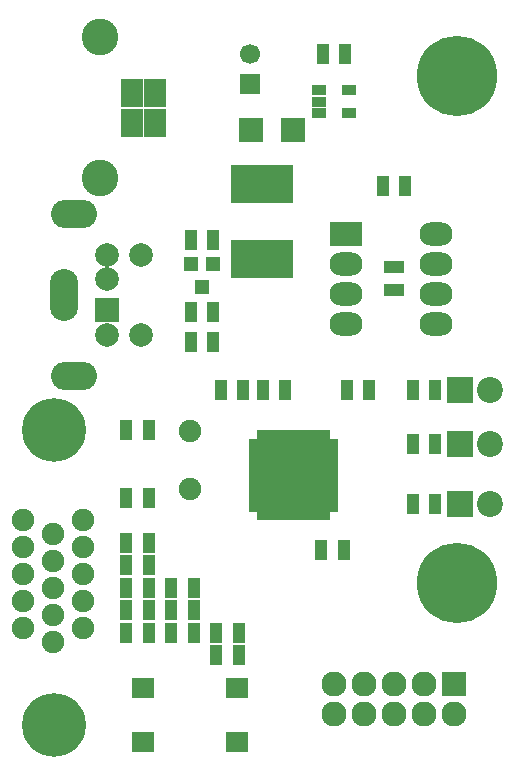
<source format=gts>
G04 #@! TF.FileFunction,Soldermask,Top*
%FSLAX46Y46*%
G04 Gerber Fmt 4.6, Leading zero omitted, Abs format (unit mm)*
G04 Created by KiCad (PCBNEW 4.0.7-e2-6376~58~ubuntu16.04.1) date Sun Jan 24 13:39:57 2021*
%MOMM*%
%LPD*%
G01*
G04 APERTURE LIST*
%ADD10C,0.100000*%
%ADD11C,1.901140*%
%ADD12R,1.100000X1.700000*%
%ADD13R,1.700000X1.700000*%
%ADD14C,1.700000*%
%ADD15R,1.700000X1.100000*%
%ADD16R,2.051000X2.051000*%
%ADD17R,2.200000X2.200000*%
%ADD18C,2.200000*%
%ADD19R,5.226000X3.194000*%
%ADD20R,1.924000X2.432000*%
%ADD21C,3.100020*%
%ADD22O,3.900000X2.400000*%
%ADD23R,2.000000X2.000000*%
%ADD24C,2.000000*%
%ADD25O,2.400000X4.400000*%
%ADD26R,2.127200X2.127200*%
%ADD27O,2.127200X2.127200*%
%ADD28C,6.800000*%
%ADD29R,1.200100X1.200100*%
%ADD30R,1.950000X1.700000*%
%ADD31R,1.162000X0.908000*%
%ADD32R,2.800000X2.000000*%
%ADD33O,2.800000X2.000000*%
%ADD34R,0.960000X0.700000*%
%ADD35R,6.000000X6.000000*%
%ADD36R,0.700000X0.960000*%
%ADD37C,5.401260*%
%ADD38C,1.900000*%
G04 APERTURE END LIST*
D10*
D11*
X15748000Y-35532060D03*
X15748000Y-40413940D03*
D12*
X12253000Y-35433000D03*
X10353000Y-35433000D03*
X12253000Y-41148000D03*
X10353000Y-41148000D03*
X19873000Y-54483000D03*
X17973000Y-54483000D03*
D13*
X20828000Y-6096000D03*
D14*
X20828000Y-3596000D03*
D12*
X28763000Y-45593000D03*
X26863000Y-45593000D03*
X18354000Y-32004000D03*
X20254000Y-32004000D03*
X28890000Y-3556000D03*
X26990000Y-3556000D03*
X29022000Y-32004000D03*
X30922000Y-32004000D03*
D15*
X33020000Y-21656000D03*
X33020000Y-23556000D03*
D16*
X20955000Y-10033000D03*
X24511000Y-10033000D03*
D17*
X38608000Y-32004000D03*
D18*
X41148000Y-32004000D03*
D17*
X38608000Y-36576000D03*
D18*
X41148000Y-36576000D03*
D17*
X38608000Y-41656000D03*
D18*
X41148000Y-41656000D03*
D19*
X21844000Y-20955000D03*
X21844000Y-14605000D03*
D20*
X12827000Y-9398000D03*
X12827000Y-6858000D03*
X10828020Y-6858000D03*
X10828020Y-9398000D03*
D21*
X8128000Y-14127480D03*
X8128000Y-2128520D03*
D22*
X5913000Y-17123000D03*
X5913000Y-30823000D03*
D23*
X8763000Y-25273000D03*
D24*
X8763000Y-22673000D03*
X8763000Y-27373000D03*
X8763000Y-20573000D03*
X11563000Y-27373000D03*
X11563000Y-20573000D03*
D25*
X5113000Y-23973000D03*
D26*
X38100000Y-56896000D03*
D27*
X38100000Y-59436000D03*
X35560000Y-56896000D03*
X35560000Y-59436000D03*
X33020000Y-56896000D03*
X33020000Y-59436000D03*
X30480000Y-56896000D03*
X30480000Y-59436000D03*
X27940000Y-56896000D03*
X27940000Y-59436000D03*
D28*
X38354000Y-48387000D03*
X38354000Y-5461000D03*
D29*
X17714000Y-21351240D03*
X15814000Y-21351240D03*
X16764000Y-23350220D03*
D12*
X14163000Y-52578000D03*
X16063000Y-52578000D03*
X14163000Y-50673000D03*
X16063000Y-50673000D03*
X14163000Y-48768000D03*
X16063000Y-48768000D03*
X17714000Y-27940000D03*
X15814000Y-27940000D03*
X17714000Y-25400000D03*
X15814000Y-25400000D03*
X12253000Y-44958000D03*
X10353000Y-44958000D03*
X12253000Y-46863000D03*
X10353000Y-46863000D03*
X19873000Y-52578000D03*
X17973000Y-52578000D03*
X21910000Y-32004000D03*
X23810000Y-32004000D03*
X10353000Y-48768000D03*
X12253000Y-48768000D03*
X10353000Y-50673000D03*
X12253000Y-50673000D03*
X10353000Y-52578000D03*
X12253000Y-52578000D03*
X15814000Y-19304000D03*
X17714000Y-19304000D03*
X33970000Y-14732000D03*
X32070000Y-14732000D03*
X36510000Y-32004000D03*
X34610000Y-32004000D03*
X36510000Y-36576000D03*
X34610000Y-36576000D03*
X36510000Y-41656000D03*
X34610000Y-41656000D03*
D30*
X19723000Y-61813000D03*
X11773000Y-61813000D03*
X19723000Y-57313000D03*
X11773000Y-57313000D03*
D31*
X26670000Y-6667500D03*
X26670000Y-8572500D03*
X29210000Y-6667500D03*
X26670000Y-7620000D03*
X29210000Y-8572500D03*
D32*
X28956000Y-18796000D03*
D33*
X36576000Y-26416000D03*
X28956000Y-21336000D03*
X36576000Y-23876000D03*
X28956000Y-23876000D03*
X36576000Y-21336000D03*
X28956000Y-26416000D03*
X36576000Y-18796000D03*
D34*
X21136000Y-36493000D03*
D35*
X24511000Y-39243000D03*
D34*
X21136000Y-36993000D03*
X21136000Y-37493000D03*
X21136000Y-37993000D03*
X21136000Y-38493000D03*
X21136000Y-38993000D03*
X21136000Y-39493000D03*
X21136000Y-39993000D03*
X21136000Y-40493000D03*
X21136000Y-40993000D03*
X21136000Y-41493000D03*
X21136000Y-41993000D03*
D36*
X21761000Y-42618000D03*
D34*
X27886000Y-41993000D03*
X27886000Y-41493000D03*
X27886000Y-40993000D03*
X27886000Y-40493000D03*
X27886000Y-39993000D03*
X27886000Y-39493000D03*
X27886000Y-38993000D03*
X27886000Y-38493000D03*
X27886000Y-37993000D03*
X27886000Y-37493000D03*
X27886000Y-36993000D03*
X27886000Y-36493000D03*
D36*
X27261000Y-35868000D03*
X26761000Y-35868000D03*
X26261000Y-35868000D03*
X25761000Y-35868000D03*
X25261000Y-35868000D03*
X24761000Y-35868000D03*
X24261000Y-35868000D03*
X23761000Y-35868000D03*
X23261000Y-35868000D03*
X22761000Y-35868000D03*
X22261000Y-35868000D03*
X21761000Y-35868000D03*
X22261000Y-42618000D03*
X22761000Y-42618000D03*
X23261000Y-42618000D03*
X23761000Y-42618000D03*
X24261000Y-42618000D03*
X24761000Y-42618000D03*
X25261000Y-42618000D03*
X25761000Y-42618000D03*
X26261000Y-42618000D03*
X26761000Y-42618000D03*
X27261000Y-42618000D03*
D37*
X4249420Y-60373260D03*
D38*
X6731000Y-52197000D03*
D37*
X4249420Y-35384740D03*
D38*
X6731000Y-49911000D03*
X6731000Y-47625000D03*
X6731000Y-45339000D03*
X6731000Y-43053000D03*
X4191000Y-53340000D03*
X4191000Y-51054000D03*
X4191000Y-48768000D03*
X4191000Y-46482000D03*
X4191000Y-44196000D03*
X1651000Y-52197000D03*
X1651000Y-49911000D03*
X1651000Y-47625000D03*
X1651000Y-45339000D03*
X1651000Y-43053000D03*
M02*

</source>
